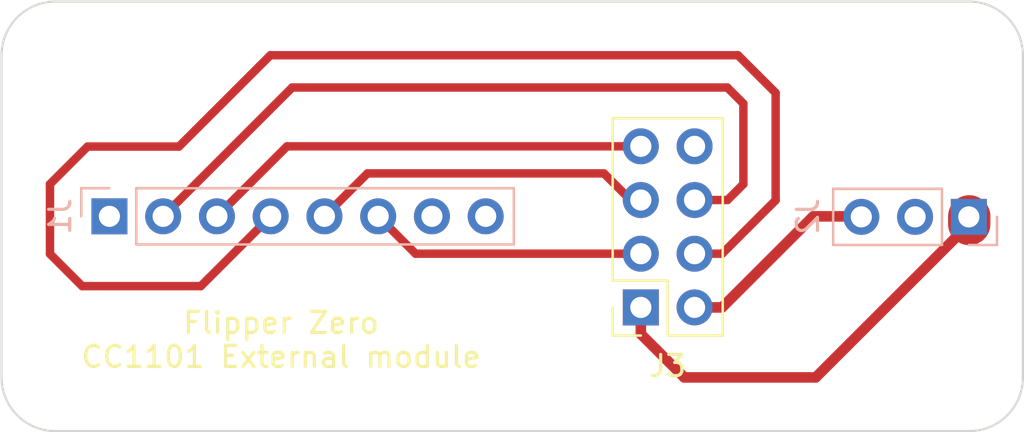
<source format=kicad_pcb>
(kicad_pcb (version 20211014) (generator pcbnew)
  (layers (0 "F.Cu" signal) (31 "B.Cu" signal) (34 "B.Paste" user) (35 "F.Paste" user) (36 "B.SilkS" user "B.Silkscreen") (37 "F.SilkS" user "F.Silkscreen") (38 "B.Mask" user) (39 "F.Mask" user) (44 "Edge.Cuts" user))
  (net 0 "")
  (net 2 "Net-(J3-Pad6)")
  (net 5 "Net-(J3-Pad5)")
  (net 7 "Net-(J1-Pad3)")
  (net 8 "Net-(J3-Pad4)")
  (net 9 "Net-(J3-Pad3)")
  (net 11 "Net-(J3-Pad2)")
  (net 12 "Net-(J3-Pad1)")
  (footprint "Connector_PinSocket_2.54mm:PinSocket_2x04_P2.54mm_Vertical" (layer "F.Cu") (at 121.646 136.388 180)
    (fp_text reference "J3" (at -1.27 -2.77 180) (layer "F.SilkS"))
    (fp_text value "Conn_02x04_Counter_Clockwise")
    (fp_line (start 0 -1.33) (end 1.33 -1.33) (layer "F.SilkS") (width 0.12))
    (fp_line (start -3.87 8.95) (end 1.33 8.95) (layer "F.SilkS") (width 0.12))
    (fp_line (start -1.27 -1.33) (end -1.27 1.27) (layer "F.SilkS") (width 0.12))
    (fp_line (start -3.87 -1.33) (end -3.87 8.95) (layer "F.SilkS") (width 0.12))
    (fp_line (start -3.87 -1.33) (end -1.27 -1.33) (layer "F.SilkS") (width 0.12))
    (fp_line (start 1.33 -1.33) (end 1.33 0) (layer "F.SilkS") (width 0.12))
    (fp_line (start 1.33 1.27) (end 1.33 8.95) (layer "F.SilkS") (width 0.12))
    (fp_line (start -1.27 1.27) (end 1.33 1.27) (layer "F.SilkS") (width 0.12))
    (pad "1" thru_hole rect (at 0 0 180) (size 1.7 1.7) (drill 1) (layers *.Cu *.Mask) (net 12 "Net-(J3-Pad1)"))
    (pad "2" thru_hole oval (at -2.54 0 180) (size 1.7 1.7) (drill 1) (layers *.Cu *.Mask) (net 11 "Net-(J3-Pad2)"))
    (pad "3" thru_hole oval (at 0 2.54 180) (size 1.7 1.7) (drill 1) (layers *.Cu *.Mask) (net 9 "Net-(J3-Pad3)"))
    (pad "4" thru_hole oval (at -2.54 2.54 180) (size 1.7 1.7) (drill 1) (layers *.Cu *.Mask) (net 8 "Net-(J3-Pad4)"))
    (pad "5" thru_hole oval (at 0 5.08 180) (size 1.7 1.7) (drill 1) (layers *.Cu *.Mask) (net 5 "Net-(J3-Pad5)"))
    (pad "6" thru_hole oval (at -2.54 5.08 180) (size 1.7 1.7) (drill 1) (layers *.Cu *.Mask) (net 2 "Net-(J3-Pad6)"))
    (pad "7" thru_hole oval (at 0 7.62 180) (size 1.7 1.7) (drill 1) (layers *.Cu *.Mask) (net 7 "Net-(J1-Pad3)"))
    (pad "8" thru_hole oval (at -2.54 7.62 180) (size 1.7 1.7) (drill 1) (layers *.Cu *.Mask))
  )
  (footprint "Connector_PinHeader_2.54mm:PinHeader_1x08_P2.54mm_Vertical" (layer "B.Cu") (at 96.535 132.08 -90)
    (fp_text reference "J1" (at 0 2.33 90) (layer "B.SilkS") (effects (justify mirror)))
    (fp_text value "Conn_01x08_Male")
    (fp_line (start -1.33 0) (end -1.33 1.33) (layer "B.SilkS") (width 0.12))
    (fp_line (start -1.33 -1.27) (end -1.33 -19.11) (layer "B.SilkS") (width 0.12))
    (fp_line (start 1.33 -1.27) (end 1.33 -19.11) (layer "B.SilkS") (width 0.12))
    (fp_line (start -1.33 1.33) (end 0 1.33) (layer "B.SilkS") (width 0.12))
    (fp_line (start -1.33 -19.11) (end 1.33 -19.11) (layer "B.SilkS") (width 0.12))
    (fp_line (start -1.33 -1.27) (end 1.33 -1.27) (layer "B.SilkS") (width 0.12))
    (pad "1" thru_hole rect (at 0 0 270) (size 1.7 1.7) (drill 1) (layers *.Cu *.Mask))
    (pad "2" thru_hole oval (at 0 -2.54 270) (size 1.7 1.7) (drill 1) (layers *.Cu *.Mask) (net 2 "Net-(J3-Pad6)"))
    (pad "3" thru_hole oval (at 0 -5.08 270) (size 1.7 1.7) (drill 1) (layers *.Cu *.Mask) (net 7 "Net-(J1-Pad3)"))
    (pad "4" thru_hole oval (at 0 -7.62 270) (size 1.7 1.7) (drill 1) (layers *.Cu *.Mask) (net 8 "Net-(J3-Pad4)"))
    (pad "5" thru_hole oval (at 0 -10.16 270) (size 1.7 1.7) (drill 1) (layers *.Cu *.Mask) (net 5 "Net-(J3-Pad5)"))
    (pad "6" thru_hole oval (at 0 -12.7 270) (size 1.7 1.7) (drill 1) (layers *.Cu *.Mask) (net 9 "Net-(J3-Pad3)"))
    (pad "7" thru_hole oval (at 0 -15.24 270) (size 1.7 1.7) (drill 1) (layers *.Cu *.Mask))
    (pad "8" thru_hole oval (at 0 -17.78 270) (size 1.7 1.7) (drill 1) (layers *.Cu *.Mask))
  )
  (footprint "Connector_PinHeader_2.54mm:PinHeader_1x03_P2.54mm_Vertical" (layer "B.Cu") (at 137.145 132.105 90)
    (fp_text reference "J2" (at 0.025 -7.605 90) (layer "B.SilkS") (effects (justify mirror)))
    (fp_text value "Conn_01x03_Male")
    (fp_line (start -1.33 0) (end -1.33 1.33) (layer "B.SilkS") (width 0.12))
    (fp_line (start -1.33 -6.41) (end 1.33 -6.41) (layer "B.SilkS") (width 0.12))
    (fp_line (start -1.33 -1.27) (end -1.33 -6.41) (layer "B.SilkS") (width 0.12))
    (fp_line (start 1.33 -1.27) (end 1.33 -6.41) (layer "B.SilkS") (width 0.12))
    (fp_line (start -1.33 -1.27) (end 1.33 -1.27) (layer "B.SilkS") (width 0.12))
    (fp_line (start -1.33 1.33) (end 0 1.33) (layer "B.SilkS") (width 0.12))
    (pad "1" thru_hole rect (at 0 0 90) (size 1.7 1.7) (drill 1) (layers *.Cu *.Mask) (net 12 "Net-(J3-Pad1)"))
    (pad "2" thru_hole oval (at 0 -2.54 90) (size 1.7 1.7) (drill 1) (layers *.Cu *.Mask))
    (pad "3" thru_hole oval (at 0 -5.08 90) (size 1.7 1.7) (drill 1) (layers *.Cu *.Mask) (net 11 "Net-(J3-Pad2)"))
  )
  (gr_arc (start 91.44 124.46) (mid 92.183949 122.663949) (end 93.98 121.92) (layer "Edge.Cuts") (width 0.1))
  (gr_arc (start 139.7 139.7) (mid 138.956051 141.496051) (end 137.16 142.24) (layer "Edge.Cuts") (width 0.1))
  (gr_line (start 137.16 121.92) (end 93.98 121.92) (layer "Edge.Cuts") (width 0.1))
  (gr_line (start 139.7 139.7) (end 139.7 124.46) (layer "Edge.Cuts") (width 0.1))
  (gr_arc (start 93.98 142.24) (mid 92.183949 141.496051) (end 91.44 139.7) (layer "Edge.Cuts") (width 0.1))
  (gr_line (start 93.98 142.24) (end 137.16 142.24) (layer "Edge.Cuts") (width 0.1))
  (gr_arc (start 137.16 121.92) (mid 138.956051 122.663949) (end 139.7 124.46) (layer "Edge.Cuts") (width 0.1))
  (gr_line (start 91.44 124.46) (end 91.44 139.7) (layer "Edge.Cuts") (width 0.1))
  (gr_text "Flipper Zero\nCC1101 External module" (at 104.648 137.922) (layer "F.SilkS") (effects (font (size 1 1))))
  (segment (start 105.171 125.984) (end 99.075 132.08) (width 0.4) (layer "F.Cu") (net 2))
  (segment (start 125.74 131.308) (end 126.492 130.556) (width 0.4) (layer "F.Cu") (net 2))
  (segment (start 126.492 126.746) (end 125.73 125.984) (width 0.4) (layer "F.Cu") (net 2))
  (segment (start 126.492 130.556) (end 126.492 126.746) (width 0.4) (layer "F.Cu") (net 2))
  (segment (start 123.703 131.308) (end 125.74 131.308) (width 0.4) (layer "F.Cu") (net 2))
  (segment (start 125.73 125.984) (end 105.171 125.984) (width 0.4) (layer "F.Cu") (net 2))
  (segment (start 108.727 130.048) (end 106.695 132.08) (width 0.4) (layer "F.Cu") (net 5))
  (segment (start 119.903 130.048) (end 108.727 130.048) (width 0.4) (layer "F.Cu") (net 5))
  (segment (start 121.163 131.308) (end 119.903 130.048) (width 0.4) (layer "F.Cu") (net 5))
  (segment (start 121.163 128.768) (end 104.927 128.768) (width 0.4) (layer "F.Cu") (net 7))
  (segment (start 104.927 128.768) (end 101.615 132.08) (width 0.4) (layer "F.Cu") (net 7))
  (segment (start 126.238 124.46) (end 104.14 124.46) (width 0.4) (layer "F.Cu") (net 8))
  (segment (start 104.14 124.46) (end 99.822 128.778) (width 0.4) (layer "F.Cu") (net 8))
  (segment (start 124.186 133.848) (end 125.486 133.848) (width 0.4) (layer "F.Cu") (net 8))
  (segment (start 128.016 131.318) (end 128.016 126.238) (width 0.4) (layer "F.Cu") (net 8))
  (segment (start 100.853 135.382) (end 104.155 132.08) (width 0.4) (layer "F.Cu") (net 8))
  (segment (start 93.726 133.858) (end 95.25 135.382) (width 0.4) (layer "F.Cu") (net 8))
  (segment (start 125.486 133.848) (end 128.016 131.318) (width 0.4) (layer "F.Cu") (net 8))
  (segment (start 93.726 130.556) (end 93.726 133.858) (width 0.4) (layer "F.Cu") (net 8))
  (segment (start 99.822 128.778) (end 95.504 128.778) (width 0.4) (layer "F.Cu") (net 8))
  (segment (start 95.504 128.778) (end 93.726 130.556) (width 0.4) (layer "F.Cu") (net 8))
  (segment (start 95.25 135.382) (end 100.853 135.382) (width 0.4) (layer "F.Cu") (net 8))
  (segment (start 128.016 126.238) (end 126.238 124.46) (width 0.4) (layer "F.Cu") (net 8))
  (segment (start 111.003 133.848) (end 109.235 132.08) (width 0.4) (layer "F.Cu") (net 9))
  (segment (start 121.163 133.848) (end 111.003 133.848) (width 0.4) (layer "F.Cu") (net 9))
  (segment (start 125.486 136.388) (end 129.794 132.08) (width 0.5) (layer "F.Cu") (net 11))
  (segment (start 129.794 132.08) (end 132.085 132.08) (width 0.5) (layer "F.Cu") (net 11))
  (segment (start 124.186 136.388) (end 125.486 136.388) (width 0.5) (layer "F.Cu") (net 11))
  (segment (start 121.646 137.648) (end 121.646 136.388) (width 0.5) (layer "F.Cu") (net 12))
  (segment (start 137.165 132.444138) (end 129.909138 139.7) (width 0.5) (layer "F.Cu") (net 12))
  (segment (start 129.909138 139.7) (end 123.698 139.7) (width 0.5) (layer "F.Cu") (net 12))
  (segment (start 137.165 132.08) (end 137.165 132.444138) (width 2) (layer "F.Cu") (net 12))
  (segment (start 123.698 139.7) (end 121.646 137.648) (width 0.5) (layer "F.Cu") (net 12))
)
</source>
